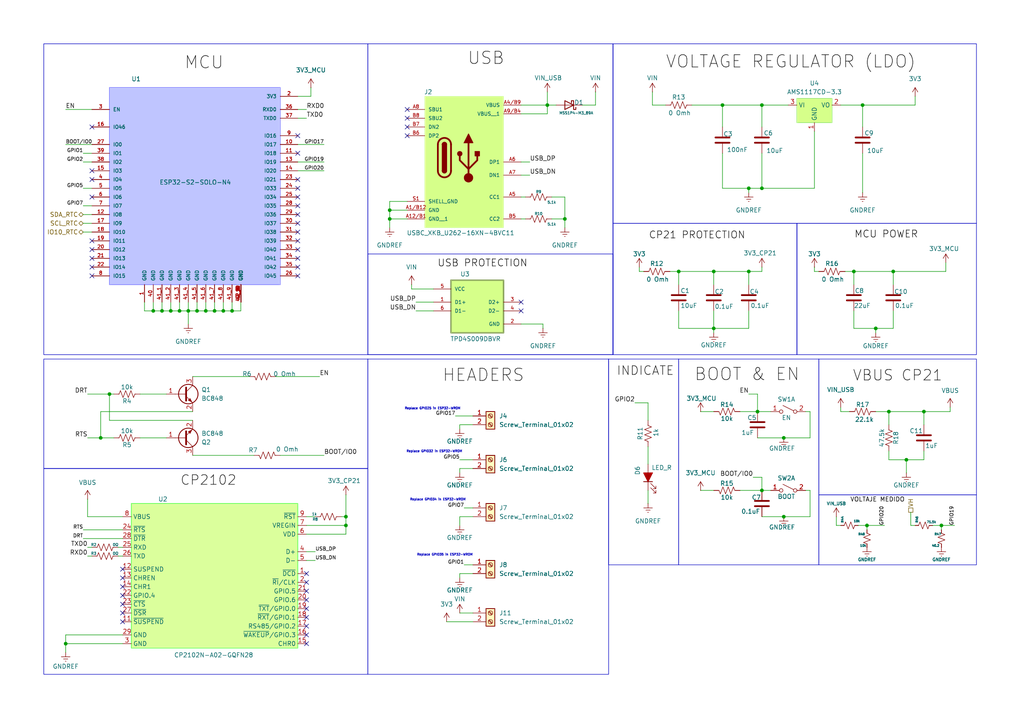
<source format=kicad_sch>
(kicad_sch (version 20250114) (generator "eeschema") (generator_version "9.0")
  (paper "A4")
  (rectangle (start 176.53 104.14) (end 196.85 163.83))
  (rectangle (start 106.68 73.66) (end 177.8 102.87))
  (rectangle (start 177.8 12.7) (end 283.21 64.77))
  (rectangle (start 237.49 104.14) (end 283.21 143.51))
  (rectangle (start 12.7 12.7) (end 106.68 102.87))
  (rectangle (start 196.85 104.14) (end 237.49 163.83))
  (rectangle (start 106.68 104.14) (end 176.53 195.58))
  (rectangle (start 12.7 135.89) (end 106.68 195.58))
  (rectangle (start 231.14 64.77) (end 283.21 102.87))
  (rectangle (start 106.68 12.7) (end 177.8 102.87))
  (rectangle (start 177.8 64.77) (end 231.14 102.87))
  (rectangle (start 12.7 104.14) (end 106.68 135.89))
  (rectangle (start 237.49 143.51) (end 283.21 163.83))
  (text "Replace GPIO35 in ESP32-WROM" (at 129.032 161.036 0) (effects (font (size 0.635 0.635))))
  (text "USB" (at 140.97 17.018 0) (effects (font (size 3.556 3.556))))
  (text "VOLTAJE MEDIDO" (at 254.508 145.034 0) (effects (font (size 1.27 1.27))))
  (text "HEADERS" (at 140.208 108.966 0) (effects (font (size 3.556 3.556))))
  (text "VBUS CP21\n\n" (at 260.35 111.506 0) (effects (font (size 3.048 3.048))))
  (text "INDICATE" (at 187.198 107.696 0) (effects (font (size 2.54 2.54))))
  (text "MCU" (at 59.182 18.288 0) (effects (font (size 3.556 3.556))))
  (text "Replace GPIO34 in ESP32-WROM" (at 127 145.034 0) (effects (font (size 0.635 0.635))))
  (text "Replace GPIO25 in ESP32-WROM" (at 125.476 118.618 0) (effects (font (size 0.635 0.635))))
  (text "USB PROTECTION" (at 139.954 76.454 0) (effects (font (size 2.032 2.032))))
  (text "Replace GPIO32 in ESP32-WROM" (at 125.984 131.064 0) (effects (font (size 0.635 0.635))))
  (text "MCU POWER" (at 257.048 68.072 0) (effects (font (size 2.032 2.032))))
  (text "CP21 PROTECTION" (at 202.184 68.326 0) (effects (font (size 2.032 2.032))))
  (text "BOOT & EN" (at 216.662 108.712 0) (effects (font (size 3.556 3.556))))
  (text "VOLTAGE REGULATOR (LDO)" (at 229.362 18.034 0) (effects (font (size 3.556 3.556))))
  (text "CP2102" (at 60.452 139.446 0) (effects (font (size 2.794 2.794))))
  (junction (at 217.17 78.74))
  (junction (at 163.83 63.5))
  (junction (at 220.98 54.61))
  (junction (at 44.45 90.17))
  (junction (at 100.33 149.86))
  (junction (at 19.05 186.69))
  (junction (at 196.85 78.74))
  (junction (at 262.89 133.35))
  (junction (at 31.75 114.3))
  (junction (at 209.55 30.48))
  (junction (at 267.97 119.38))
  (junction (at 49.53 90.17))
  (junction (at 207.01 95.25))
  (junction (at 46.99 90.17))
  (junction (at 59.69 90.17))
  (junction (at 227.33 149.86))
  (junction (at 158.75 30.48))
  (junction (at 29.21 127))
  (junction (at 67.31 90.17))
  (junction (at 220.98 30.48))
  (junction (at 113.03 63.5))
  (junction (at 62.23 90.17))
  (junction (at 217.17 54.61))
  (junction (at 250.19 30.48))
  (junction (at 259.08 78.74))
  (junction (at 54.61 90.17))
  (junction (at 251.46 152.4))
  (junction (at 227.33 127))
  (junction (at 100.33 152.4))
  (junction (at 219.71 119.38))
  (junction (at 113.03 60.96))
  (junction (at 64.77 90.17))
  (junction (at 273.05 152.4))
  (junction (at 57.15 90.17))
  (junction (at 207.01 78.74))
  (junction (at 257.81 119.38))
  (junction (at 247.65 78.74))
  (junction (at 52.07 90.17))
  (junction (at 220.98 142.24))
  (junction (at 254 95.25))
  (no_connect (at 35.56 177.8))
  (no_connect (at 151.13 87.63))
  (no_connect (at 86.36 77.47))
  (no_connect (at 86.36 69.85))
  (no_connect (at 86.36 72.39))
  (no_connect (at 35.56 175.26))
  (no_connect (at 86.36 57.15))
  (no_connect (at 118.11 36.83))
  (no_connect (at 35.56 180.34))
  (no_connect (at 88.9 179.07))
  (no_connect (at 26.67 57.15))
  (no_connect (at 86.36 80.01))
  (no_connect (at 26.67 77.47))
  (no_connect (at 35.56 172.72))
  (no_connect (at 26.67 74.93))
  (no_connect (at 88.9 168.91))
  (no_connect (at 88.9 186.69))
  (no_connect (at 88.9 181.61))
  (no_connect (at 88.9 184.15))
  (no_connect (at 88.9 166.37))
  (no_connect (at 26.67 52.07))
  (no_connect (at 26.67 36.83))
  (no_connect (at 26.67 69.85))
  (no_connect (at 88.9 173.99))
  (no_connect (at 86.36 54.61))
  (no_connect (at 26.67 49.53))
  (no_connect (at 86.36 59.69))
  (no_connect (at 86.36 67.31))
  (no_connect (at 35.56 170.18))
  (no_connect (at 118.11 34.29))
  (no_connect (at 88.9 176.53))
  (no_connect (at 35.56 167.64))
  (no_connect (at 86.36 62.23))
  (no_connect (at 118.11 39.37))
  (no_connect (at 118.11 31.75))
  (no_connect (at 35.56 165.1))
  (no_connect (at 26.67 72.39))
  (no_connect (at 151.13 90.17))
  (no_connect (at 26.67 80.01))
  (no_connect (at 86.36 52.07))
  (no_connect (at 86.36 44.45))
  (no_connect (at 88.9 171.45))
  (no_connect (at 86.36 74.93))
  (no_connect (at 86.36 39.37))
  (no_connect (at 86.36 64.77))
  (wire (pts (xy 44.45 87.63) (xy 44.45 90.17)))
  (wire (pts (xy 163.83 57.15) (xy 163.83 63.5)))
  (wire (pts (xy 267.97 130.81) (xy 267.97 133.35)))
  (wire (pts (xy 151.13 93.98) (xy 157.48 93.98)))
  (wire (pts (xy 247.65 90.17) (xy 247.65 95.25)))
  (wire (pts (xy 203.2 142.24) (xy 207.01 142.24)))
  (wire (pts (xy 189.23 30.48) (xy 193.04 30.48)))
  (wire (pts (xy 245.11 78.74) (xy 247.65 78.74)))
  (wire (pts (xy 220.98 30.48) (xy 220.98 36.83)))
  (wire (pts (xy 34.29 161.29) (xy 35.56 161.29)))
  (wire (pts (xy 133.35 149.86) (xy 137.16 149.86)))
  (wire (pts (xy 220.98 142.24) (xy 214.63 142.24)))
  (wire (pts (xy 62.23 87.63) (xy 62.23 90.17)))
  (wire (pts (xy 243.84 119.38) (xy 246.38 119.38)))
  (wire (pts (xy 267.97 133.35) (xy 262.89 133.35)))
  (wire (pts (xy 100.33 149.86) (xy 99.06 149.86)))
  (wire (pts (xy 187.96 129.54) (xy 187.96 134.62)))
  (wire (pts (xy 29.21 127) (xy 33.02 127)))
  (wire (pts (xy 259.08 78.74) (xy 259.08 82.55)))
  (wire (pts (xy 133.35 133.35) (xy 137.16 133.35)))
  (wire (pts (xy 134.62 147.32) (xy 137.16 147.32)))
  (wire (pts (xy 259.08 90.17) (xy 259.08 95.25)))
  (wire (pts (xy 54.61 90.17) (xy 57.15 90.17)))
  (wire (pts (xy 163.83 63.5) (xy 163.83 66.04)))
  (wire (pts (xy 137.16 123.19) (xy 133.35 123.19)))
  (wire (pts (xy 113.03 63.5) (xy 118.11 63.5)))
  (wire (pts (xy 113.03 60.96) (xy 118.11 60.96)))
  (wire (pts (xy 267.97 119.38) (xy 267.97 123.19)))
  (wire (pts (xy 187.96 142.24) (xy 187.96 146.05)))
  (wire (pts (xy 234.95 127) (xy 227.33 127)))
  (wire (pts (xy 274.32 76.2) (xy 274.32 78.74)))
  (wire (pts (xy 151.13 50.8) (xy 153.67 50.8)))
  (wire (pts (xy 69.85 90.17) (xy 67.31 90.17)))
  (wire (pts (xy 49.53 87.63) (xy 49.53 90.17)))
  (wire (pts (xy 113.03 58.42) (xy 113.03 60.96)))
  (wire (pts (xy 234.95 119.38) (xy 233.68 119.38)))
  (wire (pts (xy 24.13 62.23) (xy 26.67 62.23)))
  (wire (pts (xy 134.62 163.83) (xy 137.16 163.83)))
  (wire (pts (xy 19.05 186.69) (xy 35.56 186.69)))
  (wire (pts (xy 59.69 87.63) (xy 59.69 90.17)))
  (wire (pts (xy 247.65 78.74) (xy 259.08 78.74)))
  (wire (pts (xy 19.05 184.15) (xy 35.56 184.15)))
  (wire (pts (xy 234.95 142.24) (xy 233.68 142.24)))
  (wire (pts (xy 242.57 152.4) (xy 243.84 152.4)))
  (wire (pts (xy 262.89 133.35) (xy 262.89 137.16)))
  (wire (pts (xy 250.19 30.48) (xy 243.84 30.48)))
  (wire (pts (xy 151.13 33.02) (xy 158.75 33.02)))
  (wire (pts (xy 207.01 90.17) (xy 207.01 95.25)))
  (wire (pts (xy 168.91 30.48) (xy 172.72 30.48)))
  (wire (pts (xy 220.98 149.86) (xy 227.33 149.86)))
  (wire (pts (xy 217.17 90.17) (xy 217.17 95.25)))
  (wire (pts (xy 264.16 148.59) (xy 264.16 152.4)))
  (wire (pts (xy 158.75 30.48) (xy 158.75 26.67)))
  (wire (pts (xy 113.03 63.5) (xy 113.03 66.04)))
  (wire (pts (xy 158.75 33.02) (xy 158.75 30.48)))
  (wire (pts (xy 223.52 142.24) (xy 220.98 142.24)))
  (wire (pts (xy 86.36 49.53) (xy 93.98 49.53)))
  (wire (pts (xy 62.23 90.17) (xy 64.77 90.17)))
  (wire (pts (xy 113.03 60.96) (xy 113.03 63.5)))
  (wire (pts (xy 194.31 78.74) (xy 196.85 78.74)))
  (wire (pts (xy 34.29 158.75) (xy 35.56 158.75)))
  (wire (pts (xy 133.35 123.19) (xy 133.35 124.46)))
  (wire (pts (xy 133.35 137.16) (xy 133.35 135.89)))
  (wire (pts (xy 67.31 90.17) (xy 67.31 87.63)))
  (wire (pts (xy 119.38 83.82) (xy 119.38 82.55)))
  (wire (pts (xy 133.35 177.8) (xy 137.16 177.8)))
  (wire (pts (xy 40.64 114.3) (xy 48.26 114.3)))
  (wire (pts (xy 264.16 152.4) (xy 265.43 152.4)))
  (wire (pts (xy 250.19 30.48) (xy 265.43 30.48)))
  (wire (pts (xy 129.54 180.34) (xy 137.16 180.34)))
  (wire (pts (xy 57.15 87.63) (xy 57.15 90.17)))
  (wire (pts (xy 151.13 57.15) (xy 152.4 57.15)))
  (wire (pts (xy 254 95.25) (xy 254 96.52)))
  (wire (pts (xy 247.65 95.25) (xy 254 95.25)))
  (wire (pts (xy 259.08 78.74) (xy 274.32 78.74)))
  (wire (pts (xy 88.9 162.56) (xy 91.44 162.56)))
  (wire (pts (xy 19.05 184.15) (xy 19.05 186.69)))
  (wire (pts (xy 86.36 31.75) (xy 88.9 31.75)))
  (wire (pts (xy 217.17 54.61) (xy 217.17 55.88)))
  (wire (pts (xy 57.15 90.17) (xy 59.69 90.17)))
  (wire (pts (xy 120.65 90.17) (xy 125.73 90.17)))
  (wire (pts (xy 86.36 27.94) (xy 90.17 27.94)))
  (wire (pts (xy 133.35 152.4) (xy 133.35 149.86)))
  (wire (pts (xy 41.91 87.63) (xy 41.91 90.17)))
  (wire (pts (xy 151.13 46.99) (xy 153.67 46.99)))
  (wire (pts (xy 220.98 44.45) (xy 220.98 54.61)))
  (wire (pts (xy 196.85 90.17) (xy 196.85 95.25)))
  (wire (pts (xy 217.17 78.74) (xy 217.17 82.55)))
  (wire (pts (xy 200.66 30.48) (xy 209.55 30.48)))
  (wire (pts (xy 100.33 152.4) (xy 100.33 154.94)))
  (wire (pts (xy 217.17 78.74) (xy 220.98 78.74)))
  (wire (pts (xy 54.61 93.98) (xy 54.61 90.17)))
  (wire (pts (xy 257.81 119.38) (xy 257.81 123.19)))
  (wire (pts (xy 40.64 127) (xy 48.26 127)))
  (wire (pts (xy 69.85 87.63) (xy 69.85 90.17)))
  (wire (pts (xy 220.98 30.48) (xy 228.6 30.48)))
  (wire (pts (xy 234.95 149.86) (xy 227.33 149.86)))
  (wire (pts (xy 55.88 119.38) (xy 29.21 119.38)))
  (wire (pts (xy 196.85 78.74) (xy 207.01 78.74)))
  (wire (pts (xy 133.35 167.64) (xy 133.35 166.37)))
  (wire (pts (xy 86.36 46.99) (xy 93.98 46.99)))
  (wire (pts (xy 31.75 114.3) (xy 33.02 114.3)))
  (wire (pts (xy 251.46 152.4) (xy 251.46 153.67)))
  (wire (pts (xy 49.53 90.17) (xy 52.07 90.17)))
  (wire (pts (xy 207.01 78.74) (xy 217.17 78.74)))
  (wire (pts (xy 24.13 44.45) (xy 26.67 44.45)))
  (wire (pts (xy 275.59 118.11) (xy 275.59 119.38)))
  (wire (pts (xy 125.73 83.82) (xy 119.38 83.82)))
  (wire (pts (xy 160.02 63.5) (xy 163.83 63.5)))
  (wire (pts (xy 100.33 143.51) (xy 100.33 149.86)))
  (wire (pts (xy 88.9 154.94) (xy 100.33 154.94)))
  (wire (pts (xy 25.4 149.86) (xy 35.56 149.86)))
  (wire (pts (xy 19.05 31.75) (xy 26.67 31.75)))
  (wire (pts (xy 254 95.25) (xy 259.08 95.25)))
  (wire (pts (xy 59.69 90.17) (xy 62.23 90.17)))
  (wire (pts (xy 86.36 41.91) (xy 93.98 41.91)))
  (wire (pts (xy 80.01 109.22) (xy 92.71 109.22)))
  (wire (pts (xy 151.13 30.48) (xy 158.75 30.48)))
  (wire (pts (xy 209.55 30.48) (xy 220.98 30.48)))
  (wire (pts (xy 209.55 44.45) (xy 209.55 54.61)))
  (wire (pts (xy 86.36 34.29) (xy 88.9 34.29)))
  (wire (pts (xy 234.95 142.24) (xy 234.95 149.86)))
  (wire (pts (xy 55.88 132.08) (xy 73.66 132.08)))
  (wire (pts (xy 19.05 186.69) (xy 19.05 189.23)))
  (wire (pts (xy 219.71 127) (xy 227.33 127)))
  (wire (pts (xy 55.88 109.22) (xy 72.39 109.22)))
  (wire (pts (xy 133.35 166.37) (xy 137.16 166.37)))
  (wire (pts (xy 24.13 156.21) (xy 35.56 156.21)))
  (wire (pts (xy 81.28 132.08) (xy 93.98 132.08)))
  (wire (pts (xy 52.07 87.63) (xy 52.07 90.17)))
  (wire (pts (xy 270.51 152.4) (xy 273.05 152.4)))
  (wire (pts (xy 160.02 57.15) (xy 163.83 57.15)))
  (wire (pts (xy 133.35 135.89) (xy 137.16 135.89)))
  (wire (pts (xy 217.17 54.61) (xy 220.98 54.61)))
  (wire (pts (xy 100.33 149.86) (xy 100.33 152.4)))
  (wire (pts (xy 217.17 114.3) (xy 219.71 114.3)))
  (wire (pts (xy 209.55 30.48) (xy 209.55 36.83)))
  (wire (pts (xy 26.67 161.29) (xy 25.4 161.29)))
  (wire (pts (xy 196.85 78.74) (xy 196.85 82.55)))
  (wire (pts (xy 24.13 54.61) (xy 26.67 54.61)))
  (wire (pts (xy 267.97 119.38) (xy 275.59 119.38)))
  (wire (pts (xy 251.46 152.4) (xy 256.54 152.4)))
  (wire (pts (xy 24.13 64.77) (xy 26.67 64.77)))
  (wire (pts (xy 220.98 77.47) (xy 220.98 78.74)))
  (wire (pts (xy 29.21 119.38) (xy 29.21 127)))
  (wire (pts (xy 220.98 54.61) (xy 236.22 54.61)))
  (wire (pts (xy 64.77 90.17) (xy 67.31 90.17)))
  (wire (pts (xy 203.2 119.38) (xy 207.01 119.38)))
  (wire (pts (xy 273.05 152.4) (xy 276.86 152.4)))
  (wire (pts (xy 250.19 44.45) (xy 250.19 55.88)))
  (wire (pts (xy 25.4 127) (xy 29.21 127)))
  (wire (pts (xy 55.88 121.92) (xy 31.75 121.92)))
  (wire (pts (xy 254 119.38) (xy 257.81 119.38)))
  (wire (pts (xy 219.71 119.38) (xy 214.63 119.38)))
  (wire (pts (xy 187.96 116.84) (xy 187.96 121.92)))
  (wire (pts (xy 90.17 25.4) (xy 90.17 27.94)))
  (wire (pts (xy 248.92 152.4) (xy 251.46 152.4)))
  (wire (pts (xy 157.48 93.98) (xy 157.48 95.25)))
  (wire (pts (xy 219.71 119.38) (xy 223.52 119.38)))
  (wire (pts (xy 54.61 87.63) (xy 54.61 90.17)))
  (wire (pts (xy 91.44 149.86) (xy 88.9 149.86)))
  (wire (pts (xy 217.17 95.25) (xy 207.01 95.25)))
  (wire (pts (xy 234.95 119.38) (xy 234.95 127)))
  (wire (pts (xy 24.13 153.67) (xy 35.56 153.67)))
  (wire (pts (xy 242.57 149.86) (xy 242.57 152.4)))
  (wire (pts (xy 172.72 26.67) (xy 172.72 30.48)))
  (wire (pts (xy 44.45 90.17) (xy 46.99 90.17)))
  (wire (pts (xy 265.43 27.94) (xy 265.43 30.48)))
  (wire (pts (xy 120.65 87.63) (xy 125.73 87.63)))
  (wire (pts (xy 218.44 138.43) (xy 220.98 138.43)))
  (wire (pts (xy 273.05 152.4) (xy 273.05 153.67)))
  (wire (pts (xy 88.9 152.4) (xy 100.33 152.4)))
  (wire (pts (xy 19.05 41.91) (xy 26.67 41.91)))
  (wire (pts (xy 189.23 26.67) (xy 189.23 30.48)))
  (wire (pts (xy 219.71 114.3) (xy 219.71 119.38)))
  (wire (pts (xy 185.42 77.47) (xy 185.42 78.74)))
  (wire (pts (xy 88.9 160.02) (xy 91.44 160.02)))
  (wire (pts (xy 236.22 77.47) (xy 236.22 78.74)))
  (wire (pts (xy 132.08 120.65) (xy 137.16 120.65)))
  (wire (pts (xy 25.4 114.3) (xy 31.75 114.3)))
  (wire (pts (xy 236.22 38.1) (xy 236.22 54.61)))
  (wire (pts (xy 46.99 90.17) (xy 49.53 90.17)))
  (wire (pts (xy 257.81 130.81) (xy 257.81 133.35)))
  (wire (pts (xy 151.13 63.5) (xy 152.4 63.5)))
  (wire (pts (xy 207.01 78.74) (xy 207.01 82.55)))
  (wire (pts (xy 184.15 116.84) (xy 187.96 116.84)))
  (wire (pts (xy 209.55 54.61) (xy 217.17 54.61)))
  (wire (pts (xy 158.75 30.48) (xy 161.29 30.48)))
  (wire (pts (xy 24.13 59.69) (xy 26.67 59.69)))
  (wire (pts (xy 26.67 158.75) (xy 25.4 158.75)))
  (wire (pts (xy 25.4 144.78) (xy 25.4 149.86)))
  (wire (pts (xy 24.13 67.31) (xy 26.67 67.31)))
  (wire (pts (xy 41.91 90.17) (xy 44.45 90.17)))
  (wire (pts (xy 243.84 118.11) (xy 243.84 119.38)))
  (wire (pts (xy 257.81 119.38) (xy 267.97 119.38)))
  (wire (pts (xy 257.81 133.35) (xy 262.89 133.35)))
  (wire (pts (xy 31.75 121.92) (xy 31.75 114.3)))
  (wire (pts (xy 52.07 90.17) (xy 54.61 90.17)))
  (wire (pts (xy 113.03 58.42) (xy 118.11 58.42)))
  (wire (pts (xy 207.01 95.25) (xy 207.01 96.52)))
  (wire (pts (xy 64.77 87.63) (xy 64.77 90.17)))
  (wire (pts (xy 220.98 138.43) (xy 220.98 142.24)))
  (wire (pts (xy 196.85 95.25) (xy 207.01 95.25)))
  (wire (pts (xy 247.65 78.74) (xy 247.65 82.55)))
  (wire (pts (xy 236.22 78.74) (xy 237.49 78.74)))
  (wire (pts (xy 46.99 87.63) (xy 46.99 90.17)))
  (wire (pts (xy 185.42 78.74) (xy 186.69 78.74)))
  (wire (pts (xy 250.19 36.83) (xy 250.19 30.48)))
  (wire (pts (xy 24.13 46.99) (xy 26.67 46.99)))
  (label "EN" (at 19.05 31.75 0))
  (label "GPIO1" (at 134.62 163.83 180) (effects (font (size 1.016 1.016))))
  (label "TXD0" (at 25.4 158.75 180))
  (label "GPIO20" (at 93.98 49.53 180) (effects (font (size 1.016 1.016))))
  (label "TXD0" (at 88.9 34.29 0))
  (label "USB_DN" (at 153.67 50.8 0))
  (label "GPIO19" (at 93.98 46.99 180) (effects (font (size 1.016 1.016))))
  (label "BOOT{slash}IO0" (at 218.44 138.43 180))
  (label "GPIO1" (at 24.13 44.45 180) (effects (font (size 1.016 1.016))))
  (label "USB_DN" (at 91.44 162.56 0) (effects (font (size 1.016 1.016))))
  (label "RXD0" (at 25.4 161.29 180))
  (label "BOOT{slash}IO0" (at 93.98 132.08 0))
  (label "DRT" (at 24.13 156.21 180) (effects (font (size 1.016 1.016))))
  (label "EN" (at 92.71 109.22 0))
  (label "GPIO2" (at 24.13 46.99 180) (effects (font (size 1.016 1.016))))
  (label "GPIO5" (at 24.13 54.61 180) (effects (font (size 1.016 1.016))))
  (label "RTS" (at 25.4 127 180))
  (label "EN" (at 217.17 114.3 180))
  (label "GPIO2" (at 184.15 116.84 180))
  (label "GPIO17" (at 132.08 120.65 180) (effects (font (size 1.016 1.016))))
  (label "BOOT{slash}IO0" (at 19.05 41.91 0) (effects (font (size 1.016 1.016))))
  (label "GPIO20" (at 256.54 152.4 90) (effects (font (size 1.016 1.016))))
  (label "GPIO19" (at 276.86 152.4 90) (effects (font (size 1.016 1.016))))
  (label "GPIO7" (at 24.13 59.69 180) (effects (font (size 1.016 1.016))))
  (label "GPIO5" (at 133.35 133.35 180) (effects (font (size 1.016 1.016))))
  (label "USB_DP" (at 91.44 160.02 0) (effects (font (size 1.016 1.016))))
  (label "USB_DN" (at 120.65 90.17 180))
  (label "RXD0" (at 88.9 31.75 0))
  (label "GPIO17" (at 93.98 41.91 180) (effects (font (size 1.016 1.016))))
  (label "USB_DP" (at 120.65 87.63 180))
  (label "USB_DP" (at 153.67 46.99 0))
  (label "RTS" (at 24.13 153.67 180) (effects (font (size 1.016 1.016))))
  (label "GPIO7" (at 134.62 147.32 180) (effects (font (size 1.016 1.016))))
  (label "DRT" (at 25.4 114.3 180))
  (hierarchical_label "IO10_RTC" (shape bidirectional) (at 24.13 67.31 180))
  (hierarchical_label "SDA_RTC" (shape bidirectional) (at 24.13 62.23 180))
  (hierarchical_label "SCL_RTC" (shape bidirectional) (at 24.13 64.77 180))
  (hierarchical_label "VH" (shape passive) (at 264.16 148.59 90))
  (symbol (lib_id "power:VBUS") (at 236.22 77.47 0) (unit 1)
    (property "Reference" "#PWR026" (effects (hide yes)))
    (property "Value" "3V3" (at 236.22 73.66 0))
    (property "Description" "Power symbol creates a global label with name \"VBUS\"" (effects (hide yes)))
  )
  (symbol (lib_id "Device:R_US") (at 30.48 158.75 90) (unit 1)
    (property "Reference" "R2" (at 27.178 157.988 90) (effects (font (size 0.762 0.762))))
    (property "Value" "0Ω" (at 33.528 157.988 90) (effects (font (size 0.762 0.762))))
    (property "Footprint" "Resistor_SMD:R_0603_1608Metric" (effects (hide yes)))
    (property "Datasheet" "https://co.mouser.com/ProductDetail/YAGEO/AR0603JR-070RL?qs=tggtontpCXMzElFQQqlJoA%3D%3D" (effects (hide yes)))
    (property "Description" "Thick Film Resistors - SMD 0Ohms 1/10W 0603 5% 5% AEC-Q200" (effects (hide yes)))
  )
  (symbol (lib_id "Device:R_Small_US") (at 267.97 152.4 90) (unit 1)
    (property "Reference" "R46" (at 265.938 151.638 0) (effects (font (size 0.635 0.635)) (justify left)))
    (property "Value" "71.5k" (at 271.526 151.384 90) (effects (font (size 0.635 0.635)) (justify left)))
    (property "Footprint" "Resistor_SMD:R_0603_1608Metric" (effects (hide yes)))
    (property "Description" "Resistor, small US symbol" (effects (hide yes)))
  )
  (symbol (lib_id "Device:R_US") (at 187.96 125.73 180) (unit 1)
    (property "Reference" "R11" (at 185.674 125.73 90))
    (property "Value" "1k" (at 190.246 125.476 90))
    (property "Footprint" "Resistor_SMD:R_0603_1608Metric" (effects (hide yes)))
    (property "Datasheet" "https://co.mouser.com/datasheet/2/447/PYu_AC_51_RoHS_L_11-3418659.pdf" (effects (hide yes)))
    (property "Description" "1 kOhms ±1% 0.1W, 1/10W Resistencia en microprocesador 0603 (1608 métrico) AEC-Q200 automotriz, resistente a la humedad Película gruesa" (effects (hide yes)))
  )
  (symbol (lib_id "Regulator_Linear:AMS1117-3.3") (at 236.22 30.48 0) (unit 1)
    (property "Reference" "U4" (at 236.22 24.13 0))
    (property "Value" "AMS1117CD-3.3" (at 236.22 26.67 0))
    (property "Footprint" "Package_TO_SOT_SMD:TO-252-2" (effects (hide yes)))
    (property "Datasheet" "http://www.advanced-monolithic.com/pdf/ds1117.pdf" (effects (hide yes)))
    (property "Description" "1A Low Dropout regulator, positive, 3.3V fixed output, SOT-223" (effects (hide yes)))
    (property "Mnufacturer #" "AMS1117CD-3.3" (effects (hide yes)))
  )
  (symbol (lib_id "JC_USB:USB_Type_C_Receptacle_ 16P") (at 134.62 45.72 0) (unit 1)
    (property "Reference" "J2" (at 124.206 26.67 0))
    (property "Value" "USBC_XKB_U262-16XN-4BVC11" (at 133.604 67.564 0))
    (property "Footprint" "Microcontrollers:USBC_Receptacle_XKB_U262-16XN-4BVC11" (effects (hide yes)))
    (property "Datasheet" "https://www.lcsc.com/datasheet/lcsc_datasheet_2504101957_XKB-Connection-U262-161N-4BVC11_C319148.pdf" (effects (hide yes)))
    (property "Description" "3A 1 16P Female -40℃~+85℃ Type-C SMD USB Connectors ROHS" (effects (hide yes)))
    (property "PARTREV" "B4" (effects (hide yes)))
    (property "STANDARD" "Manufacturer Recommendations" (effects (hide yes)))
    (property "MAXIMUM_PACKAGE_HEIGHT" "3.31 mm" (effects (hide yes)))
    (property "MANUFACTURER" "GCT" (effects (hide yes)))
  )
  (symbol (lib_id "power:VBUS") (at 189.23 26.67 0) (unit 1)
    (property "Reference" "#PWR018" (effects (hide yes)))
    (property "Value" "VIN" (at 189.23 22.606 0))
    (property "Description" "Power symbol creates a global label with name \"VBUS\"" (effects (hide yes)))
  )
  (symbol (lib_id "Device:R_Small_US") (at 273.05 156.21 0) (unit 1)
    (property "Reference" "R47" (at 271.018 154.94 0) (effects (font (size 0.635 0.635)) (justify left)))
    (property "Value" "40.2" (at 270.256 158.242 0) (effects (font (size 0.635 0.635)) (justify left)))
    (property "Footprint" "Resistor_SMD:R_0603_1608Metric" (effects (hide yes)))
    (property "Description" "Resistor, small US symbol" (effects (hide yes)))
  )
  (symbol (lib_id "Device:R_US") (at 36.83 114.3 270) (unit 1)
    (property "Reference" "R4" (at 36.83 116.332 90))
    (property "Value" "10k" (at 36.83 112.268 90))
    (property "Footprint" "Resistor_SMD:R_0603_1608Metric" (effects (hide yes)))
    (property "Datasheet" "https://co.mouser.com/datasheet/2/54/cr-1858361.pdf" (effects (hide yes)))
    (property "Description" "Thick Film Resistors - SMD 10K 1% 1/10W" (effects (hide yes)))
    (property "Manufacturer #" "CR0603-FX-1002ELF" (effects (hide yes)))
  )
  (symbol (lib_id "Device:R_Small_US") (at 246.38 152.4 90) (unit 1)
    (property "Reference" "R44" (at 244.348 151.638 0) (effects (font (size 0.635 0.635)) (justify left)))
    (property "Value" "10k" (at 249.428 151.13 90) (effects (font (size 0.635 0.635)) (justify left)))
    (property "Footprint" "Resistor_SMD:R_0603_1608Metric" (effects (hide yes)))
    (property "Description" "Resistor, small US symbol" (effects (hide yes)))
  )
  (symbol (lib_id "power:GNDREF") (at 54.61 93.98 0) (unit 1)
    (property "Reference" "#PWR03" (effects (hide yes)))
    (property "Value" "GNDREF" (at 54.61 99.06 0))
    (property "Description" "Power symbol creates a global label with name \"GNDREF\" , reference supply ground" (effects (hide yes)))
  )
  (symbol (lib_id "power:VBUS") (at 220.98 77.47 0) (unit 1)
    (property "Reference" "#PWR023" (effects (hide yes)))
    (property "Value" "3V3_CP21" (at 220.472 73.406 0))
    (property "Description" "Power symbol creates a global label with name \"VBUS\"" (effects (hide yes)))
  )
  (symbol (lib_id "power:VBUS") (at 185.42 77.47 0) (unit 1)
    (property "Reference" "#PWR016" (effects (hide yes)))
    (property "Value" "3V3" (at 185.42 73.66 0))
    (property "Description" "Power symbol creates a global label with name \"VBUS\"" (effects (hide yes)))
  )
  (symbol (lib_id "power:GNDREF") (at 133.35 167.64 0) (unit 1)
    (property "Reference" "#PWR055" (effects (hide yes)))
    (property "Value" "GNDREF" (at 133.35 171.196 0))
    (property "Description" "Power symbol creates a global label with name \"GNDREF\" , reference supply ground" (effects (hide yes)))
  )
  (symbol (lib_id "Device:C") (at 207.01 86.36 0) (unit 1)
    (property "Reference" "C2" (at 207.264 84.582 0) (effects (justify left)))
    (property "Value" "0.1uF" (at 207.264 88.9 0) (effects (justify left)))
    (property "Footprint" "Capacitor_SMD:C_1206_3216Metric" (effects (hide yes)))
    (property "Datasheet" "https://content.kemet.com/datasheets/KEM_C1002_X7R_SMD.pdf" (effects (hide yes)))
    (property "Description" "CAP CER 0.1UF 100V X7R 1206" (effects (hide yes)))
  )
  (symbol (lib_id "power:GNDREF") (at 157.48 95.25 0) (unit 1)
    (property "Reference" "#PWR010" (effects (hide yes)))
    (property "Value" "GNDREF" (at 157.48 100.33 0))
    (property "Description" "Power symbol creates a global label with name \"GNDREF\" , reference supply ground" (effects (hide yes)))
  )
  (symbol (lib_id "power:VBUS") (at 203.2 142.24 0) (mirror y) (unit 1)
    (property "Reference" "#PWR020" (effects (hide yes)))
    (property "Value" "3V3_MCU" (at 203.2 137.16 0))
    (property "Description" "Power symbol creates a global label with name \"VBUS\"" (effects (hide yes)))
  )
  (symbol (lib_id "Connector:Screw_Terminal_01x02") (at 142.24 133.35 0) (unit 1)
    (property "Reference" "J6" (at 144.78 133.3499 0) (effects (justify left)))
    (property "Value" "Screw_Terminal_01x02" (at 144.78 135.8899 0) (effects (justify left)))
    (property "Footprint" "TerminalBlock:TerminalBlock_MaiXu_MX126-5.0-02P_1x02_P5.00mm" (effects (hide yes)))
    (property "Description" "Generic screw terminal, single row, 01x02, script generated (kicad-library-utils/schlib/autogen/connector/)" (effects (hide yes)))
  )
  (symbol (lib_id "MCU:ESP32-S2-SOLO-N4") (at 57.15 57.15 0) (unit 1)
    (property "Reference" "U1" (at 38.1 23.622 0) (effects (justify left bottom)))
    (property "Value" "ESP32-S2-SOLO-N4" (at 46.228 53.594 0) (effects (justify left bottom)))
    (property "Footprint" "Microcontrollers:XCVR_ESP32-S2-SOLO-N4" (effects (hide yes)))
    (property "PARTREV" "1.6" (effects (hide yes)))
    (property "STANDARD" "Manufacturer Recommendations" (effects (hide yes)))
    (property "MAXIMUM_PACKAGE_HEIGHT" "3.25 mm" (effects (hide yes)))
    (property "MANUFACTURER" "Espressif Systems" (effects (hide yes)))
  )
  (symbol (lib_id "Device:C") (at 196.85 86.36 0) (unit 1)
    (property "Reference" "C1" (at 197.358 84.328 0) (effects (justify left)))
    (property "Value" "10uF" (at 197.358 88.646 0) (effects (justify left)))
    (property "Footprint" "Capacitor_SMD:C_0805_2012Metric" (effects (hide yes)))
    (property "Datasheet" "https://search.murata.co.jp/Ceramy/image/img/A01X/G101/ENG/GRM21BR61C106KE15-01.pdf" (effects (hide yes)))
    (property "Description" "10 µF ±10% 25V Capacitores cerámicos X5R 0805 (2012 métrico)" (effects (hide yes)))
  )
  (symbol (lib_id "Connector:Screw_Terminal_01x02") (at 142.24 120.65 0) (unit 1)
    (property "Reference" "J4" (at 144.78 120.6499 0) (effects (justify left)))
    (property "Value" "Screw_Terminal_01x02" (at 144.78 123.1899 0) (effects (justify left)))
    (property "Footprint" "TerminalBlock:TerminalBlock_MaiXu_MX126-5.0-02P_1x02_P5.00mm" (effects (hide yes)))
    (property "Description" "Generic screw terminal, single row, 01x02, script generated (kicad-library-utils/schlib/autogen/connector/)" (effects (hide yes)))
  )
  (symbol (lib_id "Device:R_US") (at 77.47 132.08 270) (mirror x) (unit 1)
    (property "Reference" "R7" (at 73.406 130.556 90))
    (property "Value" "0 Omh" (at 83.312 130.302 90))
    (property "Footprint" "Resistor_SMD:R_0603_1608Metric" (effects (hide yes)))
    (property "Datasheet" "https://co.mouser.com/ProductDetail/YAGEO/AR0603JR-070RL?qs=tggtontpCXMzElFQQqlJoA%3D%3D" (effects (hide yes)))
    (property "Description" "Thick Film Resistors - SMD 0Ohms 1/10W 0603 5% 5% AEC-Q200" (effects (hide yes)))
  )
  (symbol (lib_id "power:GNDREF") (at 251.46 158.75 0) (unit 1)
    (property "Reference" "#PWR061" (effects (hide yes)))
    (property "Value" "GNDREF" (at 251.46 162.306 0) (effects (font (size 0.889 0.889))))
    (property "Description" "Power symbol creates a global label with name \"GNDREF\" , reference supply ground" (effects (hide yes)))
  )
  (symbol (lib_id "Device:R_US") (at 241.3 78.74 90) (unit 1)
    (property "Reference" "R16" (at 241.3 76.454 90))
    (property "Value" "0 Omh" (at 241.554 81.026 90))
    (property "Footprint" "Resistor_SMD:R_0603_1608Metric" (effects (hide yes)))
    (property "Datasheet" "https://co.mouser.com/ProductDetail/YAGEO/AR0603JR-070RL?qs=tggtontpCXMzElFQQqlJoA%3D%3D" (effects (hide yes)))
    (property "Description" "Thick Film Resistors - SMD 0Ohms 1/10W 0603 5% 5% AEC-Q200" (effects (hide yes)))
  )
  (symbol (lib_id "Device:C") (at 247.65 86.36 0) (unit 1)
    (property "Reference" "C8" (at 247.904 84.328 0) (effects (justify left)))
    (property "Value" "22uF" (at 247.65 88.646 0) (effects (justify left)))
    (property "Footprint" "Capacitor_SMD:C_0805_2012Metric" (effects (hide yes)))
    (property "Datasheet" "https://co.mouser.com/datasheet/2/281/1/GRM21BR60J226ME39_01A-1986975.pdf" (effects (hide yes)))
    (property "Description" "Multilayer Ceramic Capacitors MLCC - SMD/SMT 22 uF 6.3 VDC 20% 0805 X5R" (effects (hide yes)))
  )
  (symbol (lib_id "Device:R_Small_US") (at 251.46 156.21 0) (unit 1)
    (property "Reference" "R48" (at 248.92 154.94 0) (effects (font (size 0.635 0.635)) (justify left)))
    (property "Value" "10k" (at 249.428 158.242 0) (effects (font (size 0.635 0.635)) (justify left)))
    (property "Footprint" "Resistor_SMD:R_0603_1608Metric" (effects (hide yes)))
    (property "Description" "Resistor, small US symbol" (effects (hide yes)))
  )
  (symbol (lib_id "Device:R_US") (at 257.81 127 0) (unit 1)
    (property "Reference" "R18" (at 259.842 127 90))
    (property "Value" "47.5k" (at 255.778 127 90))
    (property "Footprint" "Resistor_SMD:R_0603_1608Metric" (effects (hide yes)))
    (property "Datasheet" "https://co.mouser.com/datasheet/2/54/cr-1858361.pdf" (effects (hide yes)))
    (property "Description" "Thick Film Resistors - SMD 10K 1% 1/10W" (effects (hide yes)))
    (property "Manufacturer #" "CR0603-FX-1002ELF" (effects (hide yes)))
  )
  (symbol (lib_id "power:GNDREF") (at 207.01 96.52 0) (unit 1)
    (property "Reference" "#PWR021" (effects (hide yes)))
    (property "Value" "GNDREF" (at 207.01 100.076 0))
    (property "Description" "Power symbol creates a global label with name \"GNDREF\" , reference supply ground" (effects (hide yes)))
  )
  (symbol (lib_id "power:VBUS") (at 119.38 82.55 0) (unit 1)
    (property "Reference" "#PWR07" (effects (hide yes)))
    (property "Value" "VIN" (at 119.38 77.47 0))
    (property "Description" "Power symbol creates a global label with name \"VBUS\"" (effects (hide yes)))
  )
  (symbol (lib_id "Device:R_US") (at 210.82 119.38 270) (mirror x) (unit 1)
    (property "Reference" "R14" (at 210.82 117.348 90))
    (property "Value" "10k" (at 210.82 121.412 90))
    (property "Footprint" "Resistor_SMD:R_0603_1608Metric" (effects (hide yes)))
    (property "Datasheet" "https://co.mouser.com/datasheet/2/54/cr-1858361.pdf" (effects (hide yes)))
    (property "Description" "Thick Film Resistors - SMD 10K 1% 1/10W" (effects (hide yes)))
    (property "Manufacturer #" "CR0603-FX-1002ELF" (effects (hide yes)))
  )
  (symbol (lib_id "JC_USB:TPD4S009DBVR") (at 138.43 90.17 0) (unit 1)
    (property "Reference" "U3" (at 134.874 79.502 0))
    (property "Value" "TPD4S009DBVR" (at 137.922 98.298 0))
    (property "Footprint" "Microcontrollers:SOT95P280X145-6N" (effects (hide yes)))
    (property "Datasheet" "https://www.ti.com/lit/ds/symlink/tpd4s009.pdf?ts=1745499443304&ref_url=https%253A%252F%252Fgoogle.com" (effects (hide yes)))
    (property "Description" "ESD Protection Diodes / TVS Diodes 4Ch ESD Sol for Hi S peed Diff Interface" (effects (hide yes)))
  )
  (symbol (lib_id "Device:R_US") (at 190.5 78.74 90) (unit 1)
    (property "Reference" "R12" (at 190.5 76.454 90))
    (property "Value" "0 Omh" (at 190.754 81.026 90))
    (property "Footprint" "Resistor_SMD:R_0603_1608Metric" (effects (hide yes)))
    (property "Datasheet" "https://co.mouser.com/ProductDetail/YAGEO/AR0603JR-070RL?qs=tggtontpCXMzElFQQqlJoA%3D%3D" (effects (hide yes)))
    (property "Description" "Thick Film Resistors - SMD 0Ohms 1/10W 0603 5% 5% AEC-Q200" (effects (hide yes)))
  )
  (symbol (lib_id "Device:R_US") (at 156.21 57.15 90) (unit 1)
    (property "Reference" "R9" (at 156.21 55.626 90) (effects (font (size 0.762 0.762))))
    (property "Value" "5.1k" (at 160.02 58.674 90) (effects (font (size 0.762 0.762))))
    (property "Footprint" "Resistor_SMD:R_1206_3216Metric" (effects (hide yes)))
    (property "Datasheet" "https://co.mouser.com/datasheet/2/54/cr-1858361.pdf" (effects (hide yes)))
    (property "Description" "Resistor, US symbol" (effects (hide yes)))
  )
  (symbol (lib_id "power:GNDREF") (at 254 96.52 0) (unit 1)
    (property "Reference" "#PWR028" (effects (hide yes)))
    (property "Value" "GNDREF" (at 254 100.33 0))
    (property "Description" "Power symbol creates a global label with name \"GNDREF\" , reference supply ground" (effects (hide yes)))
  )
  (symbol (lib_id "Interface_USB:CP2102N-Axx-xQFN28") (at 62.23 170.18 0) (unit 1)
    (property "Reference" "U2" (at 47.244 144.78 0))
    (property "Value" "CP2102N-A02-GQFN28" (at 61.976 189.992 0))
    (property "Footprint" "Package_DFN_QFN:QFN-28-1EP_5x5mm_P0.5mm_EP3.35x3.35mm" (effects (hide yes)))
    (property "Datasheet" "https://www.silabs.com/documents/public/data-sheets/cp2102n-datasheet.pdf" (effects (hide yes)))
    (property "Description" "USB to UART master bridge, QFN-28" (effects (hide yes)))
  )
  (symbol (lib_id "power:GNDREF") (at 187.96 146.05 0) (unit 1)
    (property "Reference" "#PWR017" (effects (hide yes)))
    (property "Value" "GNDREF" (at 187.96 151.13 0))
    (property "Description" "Power symbol creates a global label with name \"GNDREF\" , reference supply ground" (effects (hide yes)))
  )
  (symbol (lib_id "power:GNDREF") (at 227.33 149.86 0) (mirror y) (unit 1)
    (property "Reference" "#PWR025" (effects (hide yes)))
    (property "Value" "GNDREF" (at 226.822 152.908 0))
    (property "Description" "Power symbol creates a global label with name \"GNDREF\" , reference supply ground" (effects (hide yes)))
  )
  (symbol (lib_id "power:VDD") (at 242.57 149.86 0) (unit 1)
    (property "Reference" "#PWR042" (effects (hide yes)))
    (property "Value" "VIN_USB" (at 242.57 146.05 0) (effects (font (size 0.889 0.889))))
    (property "Description" "Power symbol creates a global label with name \"VDD\"" (effects (hide yes)))
  )
  (symbol (lib_id "Device:R_US") (at 250.19 119.38 90) (unit 1)
    (property "Reference" "R17" (at 250.19 117.348 90))
    (property "Value" "22.1k" (at 250.698 121.666 90))
    (property "Footprint" "Resistor_SMD:R_0402_1005Metric" (effects (hide yes)))
    (property "Datasheet" "https://co.mouser.com/datasheet/2/54/cr-1858361.pdf" (effects (hide yes)))
    (property "Description" "Resistor, US symbol" (effects (hide yes)))
  )
  (symbol (lib_id "Device:C") (at 217.17 86.36 0) (unit 1)
    (property "Reference" "C4" (at 217.424 84.582 0) (effects (justify left)))
    (property "Value" "0.1uF" (at 217.678 88.646 0) (effects (justify left)))
    (property "Footprint" "Capacitor_SMD:C_1206_3216Metric" (effects (hide yes)))
    (property "Datasheet" "https://content.kemet.com/datasheets/KEM_C1002_X7R_SMD.pdf" (effects (hide yes)))
    (property "Description" "CAP CER 0.1UF 100V X7R 1206" (effects (hide yes)))
  )
  (symbol (lib_id "power:VBUS") (at 172.72 26.67 0) (unit 1)
    (property "Reference" "#PWR015" (effects (hide yes)))
    (property "Value" "VIN" (at 172.72 22.606 0))
    (property "Description" "Power symbol creates a global label with name \"VBUS\"" (effects (hide yes)))
  )
  (symbol (lib_id "Device:C") (at 219.71 123.19 0) (mirror y) (unit 1)
    (property "Reference" "C5" (at 219.456 121.158 0) (effects (justify left)))
    (property "Value" "1uF" (at 218.694 125.476 0) (effects (justify left)))
    (property "Footprint" "Capacitor_SMD:C_0805_2012Metric" (effects (hide yes)))
    (property "Datasheet" "https://co.mouser.com/datasheet/2/447/UPY_GPHC_X7R_6_3V_to_250V_24-3441574.pdf" (effects (hide yes)))
    (property "Description" "Multilayer Ceramic Capacitors MLCC - SMD/SMT 16V 1uF X7R 0805 10% HI CV" (effects (hide yes)))
    (property "Manufacturer #" "CC0805KKX7R7BB105" (effects (hide yes)))
  )
  (symbol (lib_id "power:GNDREF") (at 133.35 124.46 0) (unit 1)
    (property "Reference" "#PWR034" (effects (hide yes)))
    (property "Value" "GNDREF" (at 133.35 128.016 0))
    (property "Description" "Power symbol creates a global label with name \"GNDREF\" , reference supply ground" (effects (hide yes)))
  )
  (symbol (lib_id "power:GNDREF") (at 113.03 66.04 0) (unit 1)
    (property "Reference" "#PWR06" (effects (hide yes)))
    (property "Value" "GNDREF" (at 113.03 71.12 0))
    (property "Description" "Power symbol creates a global label with name \"GNDREF\" , reference supply ground" (effects (hide yes)))
  )
  (symbol (lib_id "power:VBUS") (at 25.4 144.78 0) (unit 1)
    (property "Reference" "#PWR02" (effects (hide yes)))
    (property "Value" "VBUS" (at 25.4 139.954 0))
    (property "Description" "Power symbol creates a global label with name \"VBUS\"" (effects (hide yes)))
  )
  (symbol (lib_id "power:GNDREF") (at 217.17 55.88 0) (unit 1)
    (property "Reference" "#PWR022" (effects (hide yes)))
    (property "Value" "GNDREF" (at 217.17 60.96 0))
    (property "Description" "Power symbol creates a global label with name \"GNDREF\" , reference supply ground" (effects (hide yes)))
  )
  (symbol (lib_id "power:VBUS") (at 90.17 25.4 0) (unit 1)
    (property "Reference" "#PWR04" (effects (hide yes)))
    (property "Value" "3V3_MCU" (at 90.17 20.32 0))
    (property "Description" "Power symbol creates a global label with name \"VBUS\"" (effects (hide yes)))
  )
  (symbol (lib_id "Transistor_BJT:BC848") (at 53.34 114.3 0) (unit 1)
    (property "Reference" "Q1" (at 58.42 113.0299 0) (effects (justify left)))
    (property "Value" "BC848" (at 58.42 115.5699 0) (effects (justify left)))
    (property "Footprint" "Package_TO_SOT_SMD:SOT-23" (effects (hide yes)))
    (property "Datasheet" "http://www.infineon.com/dgdl/Infineon-BC847SERIES_BC848SERIES_BC849SERIES_BC850SERIES-DS-v01_01-en.pdf?fileId=db3a304314dca389011541d4630a1657" (effects (hide yes)))
    (property "Description" "0.1A Ic, 30V Vce, NPN Transistor, SOT-23" (effects (hide yes)))
  )
  (symbol (lib_id "Device:R_US") (at 36.83 127 270) (unit 1)
    (property "Reference" "R5" (at 36.83 129.032 90))
    (property "Value" "10k" (at 36.83 124.968 90))
    (property "Footprint" "Resistor_SMD:R_0603_1608Metric" (effects (hide yes)))
    (property "Datasheet" "https://co.mouser.com/datasheet/2/54/cr-1858361.pdf" (effects (hide yes)))
    (property "Description" "Thick Film Resistors - SMD 10K 1% 1/10W" (effects (hide yes)))
    (property "Manufacturer #" "CR0603-FX-1002ELF" (effects (hide yes)))
  )
  (symbol (lib_id "Device:C") (at 220.98 146.05 0) (mirror y) (unit 1)
    (property "Reference" "C7" (at 220.726 144.272 0) (effects (justify left)))
    (property "Value" "0.1uF" (at 220.472 148.336 0) (effects (justify left)))
    (property "Footprint" "Capacitor_SMD:C_1206_3216Metric" (effects (hide yes)))
    (property "Datasheet" "https://content.kemet.com/datasheets/KEM_C1002_X7R_SMD.pdf" (effects (hide yes)))
    (property "Description" "CAP CER 0.1UF 100V X7R 1206" (effects (hide yes)))
  )
  (symbol (lib_id "power:VDD") (at 158.75 26.67 0) (unit 1)
    (property "Reference" "#PWR011" (effects (hide yes)))
    (property "Value" "VIN_USB" (at 159.004 22.606 0))
    (property "Description" "Power symbol creates a global label with name \"VDD\"" (effects (hide yes)))
  )
  (symbol (lib_id "Device:C") (at 259.08 86.36 0) (unit 1)
    (property "Reference" "C10" (at 259.334 84.582 0) (effects (justify left)))
    (property "Value" "0.1uF" (at 259.588 88.646 0) (effects (justify left)))
    (property "Footprint" "Capacitor_SMD:C_1206_3216Metric" (effects (hide yes)))
    (property "Datasheet" "https://content.kemet.com/datasheets/KEM_C1002_X7R_SMD.pdf" (effects (hide yes)))
    (property "Description" "CAP CER 0.1UF 100V X7R 1206" (effects (hide yes)))
  )
  (symbol (lib_id "Device:R_US") (at 156.21 63.5 90) (unit 1)
    (property "Reference" "R10" (at 156.21 61.976 90) (effects (font (size 0.762 0.762))))
    (property "Value" "5.1k" (at 160.02 65.024 90) (effects (font (size 0.762 0.762))))
    (property "Footprint" "Resistor_SMD:R_1206_3216Metric" (effects (hide yes)))
    (property "Datasheet" "https://co.mouser.com/datasheet/2/54/cr-1858361.pdf" (effects (hide yes)))
    (property "Description" "Resistor, US symbol" (effects (hide yes)))
  )
  (symbol (lib_id "Device:R_US") (at 30.48 161.29 90) (unit 1)
    (property "Reference" "R3" (at 27.178 160.528 90) (effects (font (size 0.762 0.762))))
    (property "Value" "0Ω" (at 33.528 160.528 90) (effects (font (size 0.762 0.762))))
    (property "Footprint" "Resistor_SMD:R_0603_1608Metric" (effects (hide yes)))
    (property "Datasheet" "https://co.mouser.com/ProductDetail/YAGEO/AR0603JR-070RL?qs=tggtontpCXMzElFQQqlJoA%3D%3D" (effects (hide yes)))
    (property "Description" "Thick Film Resistors - SMD 0Ohms 1/10W 0603 5% 5% AEC-Q200" (effects (hide yes)))
  )
  (symbol (lib_id "power:GNDREF") (at 163.83 66.04 0) (unit 1)
    (property "Reference" "#PWR012" (effects (hide yes)))
    (property "Value" "GNDREF" (at 163.83 71.12 0))
    (property "Description" "Power symbol creates a global label with name \"GNDREF\" , reference supply ground" (effects (hide yes)))
  )
  (symbol (lib_id "power:VDD") (at 243.84 118.11 0) (unit 1)
    (property "Reference" "#PWR027" (effects (hide yes)))
    (property "Value" "VIN_USB" (at 243.84 113.03 0))
    (property "Description" "Power symbol creates a global label with name \"VDD\"" (effects (hide yes)))
  )
  (symbol (lib_id "Device:R_US") (at 210.82 142.24 270) (mirror x) (unit 1)
    (property "Reference" "R15" (at 210.82 140.208 90))
    (property "Value" "10k" (at 210.82 144.272 90))
    (property "Footprint" "Resistor_SMD:R_0603_1608Metric" (effects (hide yes)))
    (property "Datasheet" "https://co.mouser.com/datasheet/2/54/cr-1858361.pdf" (effects (hide yes)))
    (property "Description" "Thick Film Resistors - SMD 10K 1% 1/10W" (effects (hide yes)))
    (property "Manufacturer #" "CR0603-FX-1002ELF" (effects (hide yes)))
  )
  (symbol (lib_id "power:VBUS") (at 133.35 177.8 0) (unit 1)
    (property "Reference" "#PWR056" (effects (hide yes)))
    (property "Value" "VIN" (at 133.35 173.736 0))
    (property "Description" "Power symbol creates a global label with name \"VBUS\"" (effects (hide yes)))
  )
  (symbol (lib_id "power:VBUS") (at 275.59 118.11 0) (unit 1)
    (property "Reference" "#PWR033" (effects (hide yes)))
    (property "Value" "VBUS" (at 275.59 113.284 0))
    (property "Description" "Power symbol creates a global label with name \"VBUS\"" (effects (hide yes)))
  )
  (symbol (lib_id "Device:C") (at 267.97 127 0) (mirror y) (unit 1)
    (property "Reference" "C11" (at 267.716 124.968 0) (effects (justify left)))
    (property "Value" "1uF" (at 272.034 129.286 0) (effects (justify left)))
    (property "Footprint" "Capacitor_SMD:C_0805_2012Metric" (effects (hide yes)))
    (property "Datasheet" "https://co.mouser.com/datasheet/2/447/UPY_GPHC_X7R_6_3V_to_250V_24-3441574.pdf" (effects (hide yes)))
    (property "Description" "Multilayer Ceramic Capacitors MLCC - SMD/SMT 16V 1uF X7R 0805 10% HI CV" (effects (hide yes)))
    (property "Manufacturer #" "CC0805KKX7R7BB105" (effects (hide yes)))
  )
  (symbol (lib_id "power:GNDREF") (at 133.35 152.4 0) (unit 1)
    (property "Reference" "#PWR054" (effects (hide yes)))
    (property "Value" "GNDREF" (at 133.35 155.956 0))
    (property "Description" "Power symbol creates a global label with name \"GNDREF\" , reference supply ground" (effects (hide yes)))
  )
  (symbol (lib_name "SW_DPST_x2_1") (lib_id "Switch:SW_DPST_x2") (at 228.6 119.38 0) (mirror y) (unit 1)
    (property "Reference" "SW1" (at 228.092 115.824 0))
    (property "Value" "EN" (at 228.092 121.158 0))
    (property "Footprint" "Microcontrollers:PTS810SJG250SMTR LFS" (effects (hide yes)))
    (property "Datasheet" "https://www.ckswitches.com/media/1476/pts810.pdf" (effects (hide yes)))
    (property "Description" "Tactile Switches Microminiature SMT Top Actuated" (effects (hide yes)))
    (property "Manufacturer #" "PTS810SJG250SMTR LFS" (effects (hide yes)))
  )
  (symbol (lib_id "Device:C") (at 220.98 40.64 0) (unit 1)
    (property "Reference" "C6" (at 221.488 38.608 0) (effects (justify left)))
    (property "Value" "10uF" (at 222.25 43.688 0) (effects (justify left)))
    (property "Footprint" "Capacitor_SMD:C_0805_2012Metric" (effects (hide yes)))
    (property "Datasheet" "https://search.murata.co.jp/Ceramy/image/img/A01X/G101/ENG/GRM21BR61C106KE15-01.pdf" (effects (hide yes)))
    (property "Description" "10 µF ±10% 16V Capacitores cerámicos X5R 0805 (2012 métrico)" (effects (hide yes)))
  )
  (symbol (lib_id "power:VBUS") (at 203.2 119.38 0) (mirror y) (unit 1)
    (property "Reference" "#PWR019" (effects (hide yes)))
    (property "Value" "3V3_MCU" (at 203.454 115.57 0))
    (property "Description" "Power symbol creates a global label with name \"VBUS\"" (effects (hide yes)))
  )
  (symbol (lib_id "power:GNDREF") (at 19.05 189.23 0) (unit 1)
    (property "Reference" "#PWR01" (effects (hide yes)))
    (property "Value" "GNDREF" (at 19.05 193.294 0))
    (property "Description" "Power symbol creates a global label with name \"GNDREF\" , reference supply ground" (effects (hide yes)))
  )
  (symbol (lib_id "power:VBUS") (at 265.43 27.94 0) (unit 1)
    (property "Reference" "#PWR031" (effects (hide yes)))
    (property "Value" "3V3" (at 265.43 22.86 0))
    (property "Description" "Power symbol creates a global label with name \"VBUS\"" (effects (hide yes)))
  )
  (symbol (lib_id "Connector:Screw_Terminal_01x02") (at 142.24 177.8 0) (unit 1)
    (property "Reference" "J11" (at 144.78 177.7999 0) (effects (justify left)))
    (property "Value" "Screw_Terminal_01x02" (at 144.78 180.3399 0) (effects (justify left)))
    (property "Footprint" "TerminalBlock:TerminalBlock_MaiXu_MX126-5.0-02P_1x02_P5.00mm" (effects (hide yes)))
    (property "Description" "Generic screw terminal, single row, 01x02, script generated (kicad-library-utils/schlib/autogen/connector/)" (effects (hide yes)))
  )
  (symbol (lib_id "power:VBUS") (at 100.33 143.51 0) (unit 1)
    (property "Reference" "#PWR05" (effects (hide yes)))
    (property "Value" "3V3_CP21" (at 99.822 139.446 0))
    (property "Description" "Power symbol creates a global label with name \"VBUS\"" (effects (hide yes)))
  )
  (symbol (lib_id "Device:C") (at 250.19 40.64 0) (unit 1)
    (property "Reference" "C9" (at 250.698 38.608 0) (effects (justify left)))
    (property "Value" "10uF" (at 251.46 43.688 0) (effects (justify left)))
    (property "Footprint" "Capacitor_SMD:C_0805_2012Metric" (effects (hide yes)))
    (property "Datasheet" "https://search.murata.co.jp/Ceramy/image/img/A01X/G101/ENG/GRM21BR61C106KE15-01.pdf" (effects (hide yes)))
    (property "Description" "10 µF ±10% 16V Capacitores cerámicos X5R 0805 (2012 métrico)" (effects (hide yes)))
  )
  (symbol (lib_id "Connector:Screw_Terminal_01x02") (at 142.24 147.32 0) (unit 1)
    (property "Reference" "J7" (at 144.78 147.3199 0) (effects (justify left)))
    (property "Value" "Screw_Terminal_01x02" (at 144.78 149.8599 0) (effects (justify left)))
    (property "Footprint" "TerminalBlock:TerminalBlock_MaiXu_MX126-5.0-02P_1x02_P5.00mm" (effects (hide yes)))
    (property "Description" "Generic screw terminal, single row, 01x02, script generated (kicad-library-utils/schlib/autogen/connector/)" (effects (hide yes)))
  )
  (symbol (lib_id "power:GNDREF") (at 273.05 158.75 0) (unit 1)
    (property "Reference" "#PWR063" (effects (hide yes)))
    (property "Value" "GNDREF" (at 273.05 162.306 0) (effects (font (size 0.889 0.889))))
    (property "Description" "Power symbol creates a global label with name \"GNDREF\" , reference supply ground" (effects (hide yes)))
  )
  (symbol (lib_id "power:GNDREF") (at 133.35 137.16 0) (unit 1)
    (property "Reference" "#PWR053" (effects (hide yes)))
    (property "Value" "GNDREF" (at 133.35 140.716 0))
    (property "Description" "Power symbol creates a global label with name \"GNDREF\" , reference supply ground" (effects (hide yes)))
  )
  (symbol (lib_id "power:GNDREF") (at 250.19 55.88 0) (unit 1)
    (property "Reference" "#PWR029" (effects (hide yes)))
    (property "Value" "GNDREF" (at 250.19 60.96 0))
    (property "Description" "Power symbol creates a global label with name \"GNDREF\" , reference supply ground" (effects (hide yes)))
  )
  (symbol (lib_id "Device:R_US") (at 76.2 109.22 270) (mirror x) (unit 1)
    (property "Reference" "R6" (at 71.628 108.458 90))
    (property "Value" "0 Omh" (at 82.55 108.458 90))
    (property "Footprint" "Resistor_SMD:R_0603_1608Metric" (effects (hide yes)))
    (property "Datasheet" "https://co.mouser.com/ProductDetail/YAGEO/AR0603JR-070RL?qs=tggtontpCXMzElFQQqlJoA%3D%3D" (effects (hide yes)))
    (property "Description" "Thick Film Resistors - SMD 0Ohms 1/10W 0603 5% 5% AEC-Q200" (effects (hide yes)))
  )
  (symbol (lib_name "SW_DPST_x2_1") (lib_id "Switch:SW_DPST_x2") (at 228.6 142.24 0) (mirror y) (unit 1)
    (property "Reference" "SW2" (at 228.092 138.684 0))
    (property "Value" "BOOT" (at 228.092 144.018 0))
    (property "Footprint" "Microcontrollers:PTS810SJG250SMTR LFS" (effects (hide yes)))
    (property "Datasheet" "https://www.ckswitches.com/media/1476/pts810.pdf" (effects (hide yes)))
    (property "Description" "Tactile Switches Microminiature SMT Top Actuated" (effects (hide yes)))
    (property "Manufacturer #" "PTS810SJG250SMTR LFS" (effects (hide yes)))
  )
  (symbol (lib_id "Device:R_US") (at 196.85 30.48 90) (unit 1)
    (property "Reference" "R13" (at 196.85 28.194 90))
    (property "Value" "0 Omh" (at 197.104 32.766 90))
    (property "Footprint" "Resistor_SMD:R_0603_1608Metric" (effects (hide yes)))
    (property "Datasheet" "https://co.mouser.com/ProductDetail/YAGEO/AR0603JR-070RL?qs=tggtontpCXMzElFQQqlJoA%3D%3D" (effects (hide yes)))
    (property "Description" "Thick Film Resistors - SMD 0Ohms 1/10W 0603 5% 5% AEC-Q200" (effects (hide yes)))
  )
  (symbol (lib_id "Device:R_US") (at 95.25 149.86 270) (unit 1)
    (property "Reference" "R8" (at 91.44 150.622 90) (effects (font (size 0.762 0.762))))
    (property "Value" "1k" (at 91.186 149.098 90) (effects (font (size 0.762 0.762))))
    (property "Footprint" "Resistor_SMD:R_0603_1608Metric" (effects (hide yes)))
    (property "Datasheet" "https://co.mouser.com/datasheet/2/447/PYu_AC_51_RoHS_L_11-3418659.pdf" (effects (hide yes)))
    (property "Description" "1 kOhms ±1% 0.1W, 1/10W Resistencia en microprocesador 0603 (1608 métrico) AEC-Q200 automotriz, resistente a la humedad Película gruesa" (effects (hide yes)))
  )
  (symbol (lib_id "Transistor_BJT:BC848") (at 53.34 127 0) (mirror x) (unit 1)
    (property "Reference" "Q2" (at 58.42 128.2701 0) (effects (justify left)))
    (property "Value" "BC848" (at 58.42 125.7301 0) (effects (justify left)))
    (property "Footprint" "Package_TO_SOT_SMD:SOT-23" (effects (hide yes)))
    (property "Datasheet" "http://www.infineon.com/dgdl/Infineon-BC847SERIES_BC848SERIES_BC849SERIES_BC850SERIES-DS-v01_01-en.pdf?fileId=db3a304314dca389011541d4630a1657" (effects (hide yes)))
    (property "Description" "0.1A Ic, 30V Vce, NPN Transistor, SOT-23" (effects (hide yes)))
  )
  (symbol (lib_id "Device:LED") (at 187.96 138.43 90) (unit 1)
    (property "Reference" "D6" (at 184.912 135.128 0) (effects (justify right)))
    (property "Value" "LED_R" (at 188.976 135.636 90) (effects (justify right)))
    (property "Footprint" "Diode_SMD:D_0603_1608Metric" (effects (hide yes)))
    (property "Datasheet" "https://www.mouser.com/catalog/specsheets/Vishay_4-2-2024_TLMG1100-GS08.pdf?_gl=1*p6pbdd*_gcl_au*MTM0NTA4MDQ1OC4xNzM4ODk2NTM1LjEzMDc2NjM2NTcuMTc0NTU1NzM1MS4xNzQ1NTU3MzUx*_ga*NjQyNTY5MTguMTczODg5NjUzNg..*_ga_15W4STQT4T*MTc0NTk4MDA5Mi40MS4xLjE3NDU5ODIxNTQuNTUuMC4w" (effects (hide yes)))
    (property "Description" "Light emitting diode" (effects (hide yes)))
    (property "Sim.Pins" "1=K 2=A" (effects (hide yes)))
    (property "Manufacturer #" "TLMS1100-GS08" (effects (hide yes)))
  )
  (symbol (lib_id "power:VBUS") (at 274.32 76.2 0) (unit 1)
    (property "Reference" "#PWR032" (effects (hide yes)))
    (property "Value" "3V3_MCU" (at 273.812 72.136 0))
    (property "Description" "Power symbol creates a global label with name \"VBUS\"" (effects (hide yes)))
  )
  (symbol (lib_id "Connector:Screw_Terminal_01x02") (at 142.24 163.83 0) (unit 1)
    (property "Reference" "J8" (at 144.78 163.8299 0) (effects (justify left)))
    (property "Value" "Screw_Terminal_01x02" (at 144.78 166.3699 0) (effects (justify left)))
    (property "Footprint" "TerminalBlock:TerminalBlock_MaiXu_MX126-5.0-02P_1x02_P5.00mm" (effects (hide yes)))
    (property "Description" "Generic screw terminal, single row, 01x02, script generated (kicad-library-utils/schlib/autogen/connector/)" (effects (hide yes)))
  )
  (symbol (lib_id "Device:D_Schottky") (at 165.1 30.48 180) (unit 1)
    (property "Reference" "D1" (at 167.894 29.718 0))
    (property "Value" "MSS1P4-M3_89A" (at 167.132 32.766 0) (effects (font (size 0.762 0.762))))
    (property "Footprint" "Microcontrollers:DIODE_MSS1P4-M3_89A" (effects (hide yes)))
    (property "Datasheet" "https://www.vishay.com/docs/89019/mss1p4.pdf" (effects (hide yes)))
    (property "Description" "Schottky Diodes & Rectifiers 1.0 Amp 40 Volt" (effects (hide yes)))
  )
  (symbol (lib_id "power:GNDREF") (at 227.33 127 0) (mirror y) (unit 1)
    (property "Reference" "#PWR024" (effects (hide yes)))
    (property "Value" "GNDREF" (at 226.822 130.048 0))
    (property "Description" "Power symbol creates a global label with name \"GNDREF\" , reference supply ground" (effects (hide yes)))
  )
  (symbol (lib_id "Device:C") (at 209.55 40.64 0) (unit 1)
    (property "Reference" "C3" (at 209.804 38.862 0) (effects (justify left)))
    (property "Value" "100nF" (at 210.82 43.434 0) (effects (justify left)))
    (property "Footprint" "Capacitor_SMD:C_0603_1608Metric" (effects (hide yes)))
    (property "Datasheet" "https://www.lcsc.com/datasheet/lcsc_datasheet_1811021420_YAGEO-CC0603KRX7R7BB104_C108079.pdf" (effects (hide yes)))
    (property "Description" "16V 100nF X7R ±10% 0603 Multilayer Ceramic Capacitors MLCC - SMD/SMT ROHS" (effects (hide yes)))
    (property "Mnf. Part #" "CC0603KRX7R7BB104" (effects (hide yes)))
  )
  (symbol (lib_id "power:VBUS") (at 129.54 180.34 0) (unit 1)
    (property "Reference" "#PWR057" (effects (hide yes)))
    (property "Value" "3V3" (at 129.54 175.26 0))
    (property "Description" "Power symbol creates a global label with name \"VBUS\"" (effects (hide yes)))
  )
  (symbol (lib_id "power:GNDREF") (at 262.89 137.16 0) (unit 1)
    (property "Reference" "#PWR030" (effects (hide yes)))
    (property "Value" "GNDREF" (at 262.89 140.716 0))
    (property "Description" "Power symbol creates a global label with name \"GNDREF\" , reference supply ground" (effects (hide yes)))
  )
)
</source>
